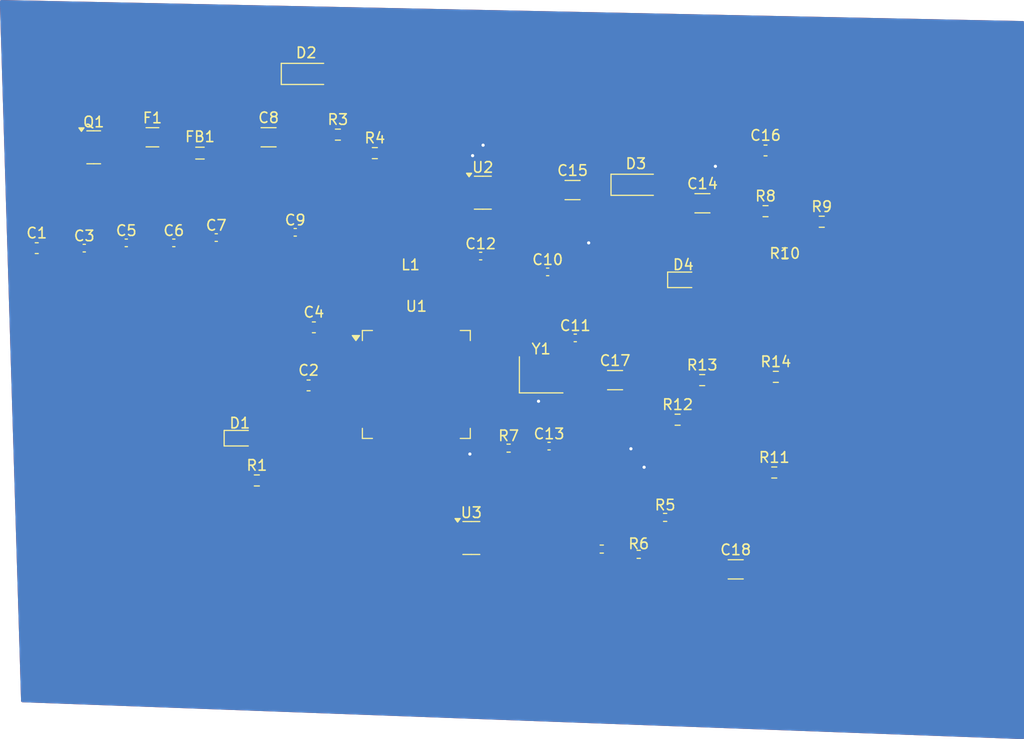
<source format=kicad_pcb>
(kicad_pcb (version 20241229) (generator "pcbnew") (generator_version "9.0")
  (layers (0 "F.Cu" signal) (4 "In1.Cu" signal) (6 "In2.Cu" signal) (2 "B.Cu" signal) (13 "F.Paste" user) (15 "B.Paste" user) (5 "F.SilkS" user "F.Silkscreen") (7 "B.SilkS" user "B.Silkscreen") (1 "F.Mask" user) (3 "B.Mask" user) (25 "Edge.Cuts" user))
  (net 0 "")
  (net 1 "+3.3V")
  (net 2 "GND")
  (net 3 "Net-(U1-PH1)")
  (net 4 "Net-(U1-PD2)")
  (net 5 "BUCK_IN")
  (net 6 "+3.3VA")
  (net 7 "HSE_IN")
  (net 8 "Net-(C13-Pad1)")
  (net 9 "BUCK_SW")
  (net 10 "BUCK_BST")
  (net 11 "LED_STATUS")
  (net 12 "Net-(D1-K)")
  (net 13 "+5V")
  (net 14 "Net-(D2-K)")
  (net 15 "Net-(D4-K)")
  (net 16 "Net-(F1-Pad1)")
  (net 17 "+12V")
  (net 18 "I2C1_SCL")
  (net 19 "BUCK_EN")
  (net 20 "BOOT0")
  (net 21 "Net-(R5-Pad1)")
  (net 22 "I2C1_SDA")
  (net 23 "HSE_OUT")
  (net 24 "BUCK_FB")
  (net 25 "Net-(R10-Pad1)")
  (net 26 "Net-(U4-~{XSHUT})")
  (net 44 "USB_D_P")
  (net 59 "NRST")
  (footprint "Capacitor_SMD:C_0402_1005Metric" (layer "F.Cu") (at 109.48 62)
    (property "Reference" "C3" (at 0 -1.16 0) (layer "F.SilkS"))
    (property "Value" "100n")
    (pad "1" smd roundrect (at -0.48 0) (size 0.56 0.62) (layers "F.Cu" "F.Mask" "F.Paste") (net 1 "+3.3V"))
    (pad "2" smd roundrect (at 0.48 0) (size 0.56 0.62) (layers "F.Cu" "F.Mask" "F.Paste") (net 2 "GND"))
  )
  (footprint "Capacitor_SMD:C_0402_1005Metric" (layer "F.Cu") (at 129.46 60.5)
    (property "Reference" "C9" (at 0 -1.16 0) (layer "F.SilkS"))
    (property "Value" "100n")
    (pad "1" smd roundrect (at -0.48 0) (size 0.56 0.62) (layers "F.Cu" "F.Mask" "F.Paste") (net 1 "+3.3V"))
    (pad "2" smd roundrect (at 0.48 0) (size 0.56 0.62) (layers "F.Cu" "F.Mask" "F.Paste") (net 2 "GND"))
  )
  (footprint "Package_QFP:LQFP-64_10x10mm_P0.5mm" (layer "F.Cu") (at 140.93 74.91)
    (property "Reference" "U1" (at 0 -7.4 0) (layer "F.SilkS"))
    (property "Value" "STM32F405RGT6")
    (pad "1" smd roundrect (at -5.675 -3.75) (size 1.55 0.3) (layers "F.Cu" "F.Mask" "F.Paste") (net 1 "+3.3V"))
    (pad "2" smd roundrect (at -5.675 -3.25) (size 1.55 0.3) (layers "F.Cu" "F.Mask" "F.Paste"))
    (pad "3" smd roundrect (at -5.675 -2.75) (size 1.55 0.3) (layers "F.Cu" "F.Mask" "F.Paste"))
    (pad "4" smd roundrect (at -5.675 -2.25) (size 1.55 0.3) (layers "F.Cu" "F.Mask" "F.Paste"))
    (pad "5" smd roundrect (at -5.675 -1.75) (size 1.55 0.3) (layers "F.Cu" "F.Mask" "F.Paste"))
    (pad "6" smd roundrect (at -5.675 -1.25) (size 1.55 0.3) (layers "F.Cu" "F.Mask" "F.Paste") (net 3 "Net-(U1-PH1)"))
    (pad "7" smd roundrect (at -5.675 -0.75) (size 1.55 0.3) (layers "F.Cu" "F.Mask" "F.Paste") (net 59 "NRST"))
    (pad "8" smd roundrect (at -5.675 -0.25) (size 1.55 0.3) (layers "F.Cu" "F.Mask" "F.Paste"))
    (pad "9" smd roundrect (at -5.675 0.25) (size 1.55 0.3) (layers "F.Cu" "F.Mask" "F.Paste"))
    (pad "10" smd roundrect (at -5.675 0.75) (size 1.55 0.3) (layers "F.Cu" "F.Mask" "F.Paste"))
    (pad "11" smd roundrect (at -5.675 1.25) (size 1.55 0.3) (layers "F.Cu" "F.Mask" "F.Paste"))
    (pad "12" smd roundrect (at -5.675 1.75) (size 1.55 0.3) (layers "F.Cu" "F.Mask" "F.Paste") (net 2 "GND"))
    (pad "13" smd roundrect (at -5.675 2.25) (size 1.55 0.3) (layers "F.Cu" "F.Mask" "F.Paste") (net 6 "+3.3VA"))
    (pad "14" smd roundrect (at -5.675 2.75) (size 1.55 0.3) (layers "F.Cu" "F.Mask" "F.Paste"))
    (pad "15" smd roundrect (at -5.675 3.25) (size 1.55 0.3) (layers "F.Cu" "F.Mask" "F.Paste"))
    (pad "16" smd roundrect (at -5.675 3.75) (size 1.55 0.3) (layers "F.Cu" "F.Mask" "F.Paste"))
    (pad "17" smd roundrect (at -3.75 5.675) (size 0.3 1.55) (layers "F.Cu" "F.Mask" "F.Paste") (net 11 "LED_STATUS"))
    (pad "18" smd roundrect (at -3.25 5.675) (size 0.3 1.55) (layers "F.Cu" "F.Mask" "F.Paste") (net 2 "GND"))
    (pad "19" smd roundrect (at -2.75 5.675) (size 0.3 1.55) (layers "F.Cu" "F.Mask" "F.Paste") (net 1 "+3.3V"))
    (pad "20" smd roundrect (at -2.25 5.675) (size 0.3 1.55) (layers "F.Cu" "F.Mask" "F.Paste"))
    (pad "21" smd roundrect (at -1.75 5.675) (size 0.3 1.55) (layers "F.Cu" "F.Mask" "F.Paste"))
    (pad "22" smd roundrect (at -1.25 5.675) (size 0.3 1.55) (layers "F.Cu" "F.Mask" "F.Paste"))
    (pad "23" smd roundrect (at -0.75 5.675) (size 0.3 1.55) (layers "F.Cu" "F.Mask" "F.Paste"))
    (pad "24" smd roundrect (at -0.25 5.675) (size 0.3 1.55) (layers "F.Cu" "F.Mask" "F.Paste") (net 7 "HSE_IN"))
    (pad "25" smd roundrect (at 0.25 5.675) (size 0.3 1.55) (layers "F.Cu" "F.Mask" "F.Paste") (net 23 "HSE_OUT"))
    (pad "26" smd roundrect (at 0.75 5.675) (size 0.3 1.55) (layers "F.Cu" "F.Mask" "F.Paste"))
    (pad "27" smd roundrect (at 1.25 5.675) (size 0.3 1.55) (layers "F.Cu" "F.Mask" "F.Paste"))
    (pad "28" smd roundrect (at 1.75 5.675) (size 0.3 1.55) (layers "F.Cu" "F.Mask" "F.Paste"))
    (pad "29" smd roundrect (at 2.25 5.675) (size 0.3 1.55) (layers "F.Cu" "F.Mask" "F.Paste"))
    (pad "30" smd roundrect (at 2.75 5.675) (size 0.3 1.55) (layers "F.Cu" "F.Mask" "F.Paste"))
    (pad "31" smd roundrect (at 3.25 5.675) (size 0.3 1.55) (layers "F.Cu" "F.Mask" "F.Paste"))
    (pad "32" smd roundrect (at 3.75 5.675) (size 0.3 1.55) (layers "F.Cu" "F.Mask" "F.Paste") (net 1 "+3.3V"))
    (pad "33" smd roundrect (at 5.675 3.75) (size 1.55 0.3) (layers "F.Cu" "F.Mask" "F.Paste"))
    (pad "34" smd roundrect (at 5.675 3.25) (size 1.55 0.3) (layers "F.Cu" "F.Mask" "F.Paste"))
    (pad "35" smd roundrect (at 5.675 2.75) (size 1.55 0.3) (layers "F.Cu" "F.Mask" "F.Paste"))
    (pad "36" smd roundrect (at 5.675 2.25) (size 1.55 0.3) (layers "F.Cu" "F.Mask" "F.Paste"))
    (pad "37" smd roundrect (at 5.675 1.75) (size 1.55 0.3) (layers "F.Cu" "F.Mask" "F.Paste"))
    (pad "38" smd roundrect (at 5.675 1.25) (size 1.55 0.3) (layers "F.Cu" "F.Mask" "F.Paste"))
    (pad "39" smd roundrect (at 5.675 0.75) (size 1.55 0.3) (layers "F.Cu" "F.Mask" "F.Paste"))
    (pad "40" smd roundrect (at 5.675 0.25) (size 1.55 0.3) (layers "F.Cu" "F.Mask" "F.Paste"))
    (pad "41" smd roundrect (at 5.675 -0.25) (size 1.55 0.3) (layers "F.Cu" "F.Mask" "F.Paste"))
    (pad "42" smd roundrect (at 5.675 -0.75) (size 1.55 0.3) (layers "F.Cu" "F.Mask" "F.Paste"))
    (pad "43" smd roundrect (at 5.675 -1.25) (size 1.55 0.3) (layers "F.Cu" "F.Mask" "F.Paste"))
    (pad "44" smd roundrect (at 5.675 -1.75) (size 1.55 0.3) (layers "F.Cu" "F.Mask" "F.Paste"))
    (pad "45" smd roundrect (at 5.675 -2.25) (size 1.55 0.3) (layers "F.Cu" "F.Mask" "F.Paste"))
    (pad "46" smd roundrect (at 5.675 -2.75) (size 1.55 0.3) (layers "F.Cu" "F.Mask" "F.Paste") (net 44 "USB_D_P"))
    (pad "47" smd roundrect (at 5.675 -3.25) (size 1.55 0.3) (layers "F.Cu" "F.Mask" "F.Paste"))
    (pad "48" smd roundrect (at 5.675 -3.75) (size 1.55 0.3) (layers "F.Cu" "F.Mask" "F.Paste") (net 1 "+3.3V"))
    (pad "49" smd roundrect (at 3.75 -5.675) (size 0.3 1.55) (layers "F.Cu" "F.Mask" "F.Paste"))
    (pad "50" smd roundrect (at 3.25 -5.675) (size 0.3 1.55) (layers "F.Cu" "F.Mask" "F.Paste"))
    (pad "51" smd roundrect (at 2.75 -5.675) (size 0.3 1.55) (layers "F.Cu" "F.Mask" "F.Paste"))
    (pad "52" smd roundrect (at 2.25 -5.675) (size 0.3 1.55) (layers "F.Cu" "F.Mask" "F.Paste"))
    (pad "53" smd roundrect (at 1.75 -5.675) (size 0.3 1.55) (layers "F.Cu" "F.Mask" "F.Paste"))
    (pad "54" smd roundrect (at 1.25 -5.675) (size 0.3 1.55) (layers "F.Cu" "F.Mask" "F.Paste") (net 4 "Net-(U1-PD2)"))
    (pad "55" smd roundrect (at 0.75 -5.675) (size 0.3 1.55) (layers "F.Cu" "F.Mask" "F.Paste"))
    (pad "56" smd roundrect (at 0.25 -5.675) (size 0.3 1.55) (layers "F.Cu" "F.Mask" "F.Paste"))
    (pad "57" smd roundrect (at -0.25 -5.675) (size 0.3 1.55) (layers "F.Cu" "F.Mask" "F.Paste"))
    (pad "58" smd roundrect (at -0.75 -5.675) (size 0.3 1.55) (layers "F.Cu" "F.Mask" "F.Paste"))
    (pad "59" smd roundrect (at -1.25 -5.675) (size 0.3 1.55) (layers "F.Cu" "F.Mask" "F.Paste") (net 18 "I2C1_SCL"))
    (pad "60" smd roundrect (at -1.75 -5.675) (size 0.3 1.55) (layers "F.Cu" "F.Mask" "F.Paste") (net 20 "BOOT0"))
    (pad "61" smd roundrect (at -2.25 -5.675) (size 0.3 1.55) (layers "F.Cu" "F.Mask" "F.Paste") (net 22 "I2C1_SDA"))
    (pad "62" smd roundrect (at -2.75 -5.675) (size 0.3 1.55) (layers "F.Cu" "F.Mask" "F.Paste"))
    (pad "63" smd roundrect (at -3.25 -5.675) (size 0.3 1.55) (layers "F.Cu" "F.Mask" "F.Paste") (net 2 "GND"))
    (pad "64" smd roundrect (at -3.75 -5.675) (size 0.3 1.55) (layers "F.Cu" "F.Mask" "F.Paste") (net 1 "+3.3V"))
  )
  (footprint "Capacitor_SMD:C_0402_1005Metric" (layer "F.Cu") (at 155.98 70.5)
    (property "Reference" "C11" (at 0 -1.16 0) (layer "F.SilkS"))
    (property "Value" "12p")
    (pad "1" smd roundrect (at -0.48 0) (size 0.56 0.62) (layers "F.Cu" "F.Mask" "F.Paste") (net 7 "HSE_IN"))
    (pad "2" smd roundrect (at 0.48 0) (size 0.56 0.62) (layers "F.Cu" "F.Mask" "F.Paste") (net 2 "GND"))
  )
  (footprint "Resistor_SMD:R_0603_1608Metric" (layer "F.Cu") (at 174.975 74.19)
    (property "Reference" "R14" (at 0 -1.43 0) (layer "F.SilkS"))
    (property "Value" "2k2")
    (pad "1" smd roundrect (at -0.825 0) (size 0.8 0.95) (layers "F.Cu" "F.Mask" "F.Paste") (net 18 "I2C1_SCL"))
    (pad "2" smd roundrect (at 0.825 0) (size 0.8 0.95) (layers "F.Cu" "F.Mask" "F.Paste") (net 1 "+3.3V"))
  )
  (footprint "Inductor_SMD:L_0402_1005Metric" (layer "F.Cu") (at 140.38 64.75)
    (property "Reference" "L1" (at 0 -1.17 0) (layer "F.SilkS"))
    (property "Value" "39n")
    (pad "1" smd roundrect (at -0.485 0) (size 0.59 0.64) (layers "F.Cu" "F.Mask" "F.Paste") (net 1 "+3.3V"))
    (pad "2" smd roundrect (at 0.485 0) (size 0.59 0.64) (layers "F.Cu" "F.Mask" "F.Paste") (net 6 "+3.3VA"))
  )
  (footprint "Inductor_SMD:L_0805_2012Metric" (layer "F.Cu") (at 120.4375 53)
    (property "Reference" "FB1" (at 0 -1.55 0) (layer "F.SilkS"))
    (property "Value" "600 @ 600MHz")
    (pad "1" smd roundrect (at -1.0625 0) (size 0.875 1.2) (layers "F.Cu" "F.Mask" "F.Paste") (net 5 "BUCK_IN"))
    (pad "2" smd roundrect (at 1.0625 0) (size 0.875 1.2) (layers "F.Cu" "F.Mask" "F.Paste") (net 16 "Net-(F1-Pad1)"))
  )
  (footprint "Crystal:Crystal_SMD_3225-4Pin_3.2x2.5mm" (layer "F.Cu") (at 152.75 74)
    (property "Reference" "Y1" (at 0 -2.45 0) (layer "F.SilkS"))
    (property "Value" "16MHz")
    (pad "1" smd roundrect (at -1.1 0.85) (size 1.4 1.2) (layers "F.Cu" "F.Mask" "F.Paste") (roundrect_rratio 0.208333) (net 7 "HSE_IN"))
    (pad "2" smd roundrect (at 1.1 0.85) (size 1.4 1.2) (layers "F.Cu" "F.Mask" "F.Paste") (roundrect_rratio 0.208333) (net 2 "GND"))
    (pad "3" smd roundrect (at 1.1 -0.85) (size 1.4 1.2) (layers "F.Cu" "F.Mask" "F.Paste") (roundrect_rratio 0.208333) (net 8 "Net-(C13-Pad1)"))
    (pad "4" smd roundrect (at -1.1 -0.85) (size 1.4 1.2) (layers "F.Cu" "F.Mask" "F.Paste") (roundrect_rratio 0.208333) (net 2 "GND"))
  )
  (footprint "Capacitor_SMD:C_1206_3216Metric" (layer "F.Cu") (at 159.75 74.5)
    (property "Reference" "C17" (at 0 -1.85 0) (layer "F.SilkS"))
    (property "Value" "100n")
    (pad "1" smd roundrect (at -1.475 0) (size 1.15 1.8) (layers "F.Cu" "F.Mask" "F.Paste") (roundrect_rratio 0.217391) (net 1 "+3.3V"))
    (pad "2" smd roundrect (at 1.475 0) (size 1.15 1.8) (layers "F.Cu" "F.Mask" "F.Paste") (roundrect_rratio 0.217391) (net 2 "GND"))
  )
  (footprint "Fuse:Fuse_1206_3216Metric" (layer "F.Cu") (at 115.9375 51.5)
    (property "Reference" "F1" (at 0 -1.83 0) (layer "F.SilkS"))
    (property "Value" "250mA")
    (pad "1" smd roundrect (at -1.4 0) (size 1.25 1.75) (layers "F.Cu" "F.Mask" "F.Paste") (roundrect_rratio 0.2) (net 16 "Net-(F1-Pad1)"))
    (pad "2" smd roundrect (at 1.4 0) (size 1.25 1.75) (layers "F.Cu" "F.Mask" "F.Paste") (roundrect_rratio 0.2) (net 14 "Net-(D2-K)"))
  )
  (footprint "Capacitor_SMD:C_0402_1005Metric" (layer "F.Cu") (at 117.96 61.5)
    (property "Reference" "C6" (at 0 -1.16 0) (layer "F.SilkS"))
    (property "Value" "100n")
    (pad "1" smd roundrect (at -0.48 0) (size 0.56 0.62) (layers "F.Cu" "F.Mask" "F.Paste") (net 1 "+3.3V"))
    (pad "2" smd roundrect (at 0.48 0) (size 0.56 0.62) (layers "F.Cu" "F.Mask" "F.Paste") (net 2 "GND"))
  )
  (footprint "Resistor_SMD:R_0603_1608Metric" (layer "F.Cu") (at 168 74.5)
    (property "Reference" "R13" (at 0 -1.43 0) (layer "F.SilkS"))
    (property "Value" "2k2")
    (pad "1" smd roundrect (at -0.825 0) (size 0.8 0.95) (layers "F.Cu" "F.Mask" "F.Paste") (net 22 "I2C1_SDA"))
    (pad "2" smd roundrect (at 0.825 0) (size 0.8 0.95) (layers "F.Cu" "F.Mask" "F.Paste") (net 1 "+3.3V"))
  )
  (footprint "Diode_SMD:D_SOD-123" (layer "F.Cu") (at 130.5 45.5)
    (property "Reference" "D2" (at 0 -2 0) (layer "F.SilkS"))
    (property "Value" "B5819W")
    (pad "1" smd roundrect (at -1.65 0) (size 0.9 1.2) (layers "F.Cu" "F.Mask" "F.Paste") (net 14 "Net-(D2-K)"))
    (pad "2" smd roundrect (at 1.65 0) (size 0.9 1.2) (layers "F.Cu" "F.Mask" "F.Paste") (net 13 "+5V"))
  )
  (footprint "Capacitor_SMD:C_1206_3216Metric" (layer "F.Cu") (at 155.725 56.5)
    (property "Reference" "C15" (at 0 -1.85 0) (layer "F.SilkS"))
    (property "Value" "10u")
    (pad "1" smd roundrect (at -1.475 0) (size 1.15 1.8) (layers "F.Cu" "F.Mask" "F.Paste") (roundrect_rratio 0.217391) (net 1 "+3.3V"))
    (pad "2" smd roundrect (at 1.475 0) (size 1.15 1.8) (layers "F.Cu" "F.Mask" "F.Paste") (roundrect_rratio 0.217391) (net 2 "GND"))
  )
  (footprint "Resistor_SMD:R_0402_1005Metric" (layer "F.Cu") (at 149.67 80.94)
    (property "Reference" "R7" (at 0 -1.17 0) (layer "F.SilkS"))
    (property "Value" "47")
    (pad "1" smd roundrect (at -0.51 0) (size 0.54 0.64) (layers "F.Cu" "F.Mask" "F.Paste") (net 23 "HSE_OUT"))
    (pad "2" smd roundrect (at 0.51 0) (size 0.54 0.64) (layers "F.Cu" "F.Mask" "F.Paste") (net 8 "Net-(C13-Pad1)"))
  )
  (footprint "Capacitor_SMD:C_0402_1005Metric" (layer "F.Cu") (at 153.365 64.25)
    (property "Reference" "C10" (at 0 -1.16 0) (layer "F.SilkS"))
    (property "Value" "1u")
    (pad "1" smd roundrect (at -0.48 0) (size 0.56 0.62) (layers "F.Cu" "F.Mask" "F.Paste") (net 6 "+3.3VA"))
    (pad "2" smd roundrect (at 0.48 0) (size 0.56 0.62) (layers "F.Cu" "F.Mask" "F.Paste") (net 2 "GND"))
  )
  (footprint "Capacitor_SMD:C_0603_1608Metric" (layer "F.Cu") (at 104.98 62)
    (property "Reference" "C1" (at 0 -1.43 0) (layer "F.SilkS"))
    (property "Value" "4u7")
    (pad "1" smd roundrect (at -0.775 0) (size 0.9 0.95) (layers "F.Cu" "F.Mask" "F.Paste") (net 1 "+3.3V"))
    (pad "2" smd roundrect (at 0.775 0) (size 0.9 0.95) (layers "F.Cu" "F.Mask" "F.Paste") (net 2 "GND"))
  )
  (footprint "Resistor_SMD:R_0603_1608Metric" (layer "F.Cu") (at 174 58.5)
    (property "Reference" "R8" (at 0 -1.43 0) (layer "F.SilkS"))
    (property "Value" "47k")
    (pad "1" smd roundrect (at -0.825 0) (size 0.8 0.95) (layers "F.Cu" "F.Mask" "F.Paste") (net 1 "+3.3V"))
    (pad "2" smd roundrect (at 0.825 0) (size 0.8 0.95) (layers "F.Cu" "F.Mask" "F.Paste") (net 24 "BUCK_FB"))
  )
  (footprint "Capacitor_SMD:C_0402_1005Metric" (layer "F.Cu") (at 147.02 62.75)
    (property "Reference" "C12" (at 0 -1.16 0) (layer "F.SilkS"))
    (property "Value" "10n")
    (pad "1" smd roundrect (at -0.48 0) (size 0.56 0.62) (layers "F.Cu" "F.Mask" "F.Paste") (net 6 "+3.3VA"))
    (pad "2" smd roundrect (at 0.48 0) (size 0.56 0.62) (layers "F.Cu" "F.Mask" "F.Paste") (net 2 "GND"))
  )
  (footprint "Resistor_SMD:R_0603_1608Metric" (layer "F.Cu") (at 179.325 59.5)
    (property "Reference" "R9" (at 0 -1.43 0) (layer "F.SilkS"))
    (property "Value" "15k")
    (pad "1" smd roundrect (at -0.825 0) (size 0.8 0.95) (layers "F.Cu" "F.Mask" "F.Paste") (net 24 "BUCK_FB"))
    (pad "2" smd roundrect (at 0.825 0) (size 0.8 0.95) (layers "F.Cu" "F.Mask" "F.Paste") (net 25 "Net-(R10-Pad1)"))
  )
  (footprint "Resistor_SMD:R_0603_1608Metric" (layer "F.Cu") (at 125.825 84)
    (property "Reference" "R1" (at 0 -1.43 0) (layer "F.SilkS"))
    (property "Value" "1k5")
    (pad "1" smd roundrect (at -0.825 0) (size 0.8 0.95) (layers "F.Cu" "F.Mask" "F.Paste") (net 2 "GND"))
    (pad "2" smd roundrect (at 0.825 0) (size 0.8 0.95) (layers "F.Cu" "F.Mask" "F.Paste") (net 12 "Net-(D1-K)"))
  )
  (footprint "Resistor_SMD:R_0603_1608Metric" (layer "F.Cu") (at 133.5 51.25)
    (property "Reference" "R3" (at 0 -1.43 0) (layer "F.SilkS"))
    (property "Value" "100k")
    (pad "1" smd roundrect (at -0.825 0) (size 0.8 0.95) (layers "F.Cu" "F.Mask" "F.Paste") (net 5 "BUCK_IN"))
    (pad "2" smd roundrect (at 0.825 0) (size 0.8 0.95) (layers "F.Cu" "F.Mask" "F.Paste") (net 19 "BUCK_EN"))
  )
  (footprint "Capacitor_SMD:C_1206_3216Metric" (layer "F.Cu") (at 171.175 92.42)
    (property "Reference" "C18" (at 0 -1.85 0) (layer "F.SilkS"))
    (property "Value" "4u7")
    (pad "1" smd roundrect (at -1.475 0) (size 1.15 1.8) (layers "F.Cu" "F.Mask" "F.Paste") (roundrect_rratio 0.217391) (net 1 "+3.3V"))
    (pad "2" smd roundrect (at 1.475 0) (size 1.15 1.8) (layers "F.Cu" "F.Mask" "F.Paste") (roundrect_rratio 0.217391) (net 2 "GND"))
  )
  (footprint "Capacitor_SMD:C_1206_3216Metric" (layer "F.Cu") (at 126.9375 51.5)
    (property "Reference" "C8" (at 0 -1.85 0) (layer "F.SilkS"))
    (property "Value" "10u")
    (pad "1" smd roundrect (at -1.475 0) (size 1.15 1.8) (layers "F.Cu" "F.Mask" "F.Paste") (roundrect_rratio 0.217391) (net 5 "BUCK_IN"))
    (pad "2" smd roundrect (at 1.475 0) (size 1.15 1.8) (layers "F.Cu" "F.Mask" "F.Paste") (roundrect_rratio 0.217391) (net 2 "GND"))
  )
  (footprint "LED_SMD:LED_0603_1608Metric" (layer "F.Cu") (at 124.2125 80)
    (property "Reference" "D1" (at 0 -1.43 0) (layer "F.SilkS"))
    (property "Value" "BLUE")
    (pad "1" smd roundrect (at -0.7875 0) (size 0.875 0.95) (layers "F.Cu" "F.Mask" "F.Paste") (net 12 "Net-(D1-K)"))
    (pad "2" smd roundrect (at 0.7875 0) (size 0.875 0.95) (layers "F.Cu" "F.Mask" "F.Paste") (net 11 "LED_STATUS"))
  )
  (footprint "Resistor_SMD:R_0603_1608Metric" (layer "F.Cu") (at 175.825 62.5)
    (property "Reference" "R10" (at 0 0 0) (layer "F.SilkS"))
    (property "Value" "270")
    (pad "1" smd roundrect (at -0.825 0) (size 0.8 0.95) (layers "F.Cu" "F.Mask" "F.Paste") (net 25 "Net-(R10-Pad1)"))
    (pad "2" smd roundrect (at 0.825 0) (size 0.8 0.95) (layers "F.Cu" "F.Mask" "F.Paste") (net 2 "GND"))
  )
  (footprint "Capacitor_SMD:C_0402_1005Metric" (layer "F.Cu") (at 153.5 80.75)
    (property "Reference" "C13" (at 0 -1.16 0) (layer "F.SilkS"))
    (property "Value" "12p")
    (pad "1" smd roundrect (at -0.48 0) (size 0.56 0.62) (layers "F.Cu" "F.Mask" "F.Paste") (net 8 "Net-(C13-Pad1)"))
    (pad "2" smd roundrect (at 0.48 0) (size 0.56 0.62) (layers "F.Cu" "F.Mask" "F.Paste") (net 2 "GND"))
  )
  (footprint "Package_TO_SOT_SMD:SOT-23-6" (layer "F.Cu") (at 147.225 56.75)
    (property "Reference" "U2" (at 0 -2.4 0) (layer "F.SilkS"))
    (property "Value" "MP2359DJ-LF-Z")
    (pad "1" smd roundrect (at -1.1375 -0.95) (size 1.325 0.6) (layers "F.Cu" "F.Mask" "F.Paste") (net 10 "BUCK_BST"))
    (pad "2" smd roundrect (at -1.1375 0) (size 1.325 0.6) (layers "F.Cu" "F.Mask" "F.Paste") (net 2 "GND"))
    (pad "3" smd roundrect (at -1.1375 0.95) (size 1.325 0.6) (layers "F.Cu" "F.Mask" "F.Paste") (net 24 "BUCK_FB"))
    (pad "4" smd roundrect (at 1.1375 0.95) (size 1.325 0.6) (layers "F.Cu" "F.Mask" "F.Paste") (net 19 "BUCK_EN"))
    (pad "5" smd roundrect (at 1.1375 0) (size 1.325 0.6) (layers "F.Cu" "F.Mask" "F.Paste") (net 5 "BUCK_IN"))
    (pad "6" smd roundrect (at 1.1375 -0.95) (size 1.325 0.6) (layers "F.Cu" "F.Mask" "F.Paste") (net 9 "BUCK_SW"))
  )
  (footprint "LED_SMD:LED_0603_1608Metric" (layer "F.Cu") (at 166.2125 65)
    (property "Reference" "D4" (at 0 -1.43 0) (layer "F.SilkS"))
    (property "Value" "RED")
    (pad "1" smd roundrect (at -0.7875 0) (size 0.875 0.95) (layers "F.Cu" "F.Mask" "F.Paste") (net 15 "Net-(D4-K)"))
    (pad "2" smd roundrect (at 0.7875 0) (size 0.875 0.95) (layers "F.Cu" "F.Mask" "F.Paste") (net 1 "+3.3V"))
  )
  (footprint "Resistor_SMD:R_0402_1005Metric" (layer "F.Cu") (at 161.99 91)
    (property "Reference" "R6" (at 0 -1 0) (layer "F.SilkS"))
    (property "Value" "2k2")
    (pad "1" smd roundrect (at -0.51 0) (size 0.54 0.64) (layers "F.Cu" "F.Mask" "F.Paste") (net 1 "+3.3V"))
    (pad "2" smd roundrect (at 0.51 0) (size 0.54 0.64) (layers "F.Cu" "F.Mask" "F.Paste") (net 22 "I2C1_SDA"))
  )
  (footprint "Capacitor_SMD:C_0402_1005Metric" (layer "F.Cu") (at 113.46 61.5)
    (property "Reference" "C5" (at 0 -1.16 0) (layer "F.SilkS"))
    (property "Value" "100n")
    (pad "1" smd roundrect (at -0.48 0) (size 0.56 0.62) (layers "F.Cu" "F.Mask" "F.Paste") (net 1 "+3.3V"))
    (pad "2" smd roundrect (at 0.48 0) (size 0.56 0.62) (layers "F.Cu" "F.Mask" "F.Paste") (net 2 "GND"))
  )
  (footprint "Resistor_SMD:R_0603_1608Metric" (layer "F.Cu") (at 165.675 78.25)
    (property "Reference" "R12" (at 0 -1.43 0) (layer "F.SilkS"))
    (property "Value" "2k2")
    (pad "1" smd roundrect (at -0.825 0) (size 0.8 0.95) (layers "F.Cu" "F.Mask" "F.Paste") (net 26 "Net-(U4-~{XSHUT})"))
    (pad "2" smd roundrect (at 0.825 0) (size 0.8 0.95) (layers "F.Cu" "F.Mask" "F.Paste") (net 1 "+3.3V"))
  )
  (footprint "Capacitor_SMD:C_0402_1005Metric" (layer "F.Cu") (at 121.98 61)
    (property "Reference" "C7" (at 0 -1.16 0) (layer "F.SilkS"))
    (property "Value" "100n")
    (pad "1" smd roundrect (at -0.48 0) (size 0.56 0.62) (layers "F.Cu" "F.Mask" "F.Paste") (net 1 "+3.3V"))
    (pad "2" smd roundrect (at 0.48 0) (size 0.56 0.62) (layers "F.Cu" "F.Mask" "F.Paste") (net 2 "GND"))
  )
  (footprint "Package_TO_SOT_SMD:SOT-23" (layer "F.Cu") (at 110.375 52.45)
    (property "Reference" "Q1" (at 0 -2.4 0) (layer "F.SilkS"))
    (property "Value" "AO3401A")
    (pad "1" smd roundrect (at -0.9375 -0.95) (size 1.475 0.6) (layers "F.Cu" "F.Mask" "F.Paste") (net 2 "GND"))
    (pad "2" smd roundrect (at -0.9375 0.95) (size 1.475 0.6) (layers "F.Cu" "F.Mask" "F.Paste") (net 14 "Net-(D2-K)"))
    (pad "3" smd roundrect (at 0.9375 0) (size 1.475 0.6) (layers "F.Cu" "F.Mask" "F.Paste") (net 17 "+12V"))
  )
  (footprint "Resistor_SMD:R_0603_1608Metric" (layer "F.Cu") (at 174.825 83.25)
    (property "Reference" "R11" (at 0 -1.43 0) (layer "F.SilkS"))
    (property "Value" "1k")
    (pad "1" smd roundrect (at -0.825 0) (size 0.8 0.95) (layers "F.Cu" "F.Mask" "F.Paste") (net 2 "GND"))
    (pad "2" smd roundrect (at 0.825 0) (size 0.8 0.95) (layers "F.Cu" "F.Mask" "F.Paste") (net 15 "Net-(D4-K)"))
  )
  (footprint "Resistor_SMD:R_0603_1608Metric" (layer "F.Cu") (at 137 53)
    (property "Reference" "R4" (at 0 -1.43 0) (layer "F.SilkS"))
    (property "Value" "68k")
    (pad "1" smd roundrect (at -0.825 0) (size 0.8 0.95) (layers "F.Cu" "F.Mask" "F.Paste") (net 19 "BUCK_EN"))
    (pad "2" smd roundrect (at 0.825 0) (size 0.8 0.95) (layers "F.Cu" "F.Mask" "F.Paste") (net 2 "GND"))
  )
  (footprint "Capacitor_SMD:C_0603_1608Metric" (layer "F.Cu") (at 131.225 69.5)
    (property "Reference" "C4" (at 0 -1.43 0) (layer "F.SilkS"))
    (property "Value" "2u2")
    (pad "1" smd roundrect (at -0.775 0) (size 0.9 0.95) (layers "F.Cu" "F.Mask" "F.Paste") (net 4 "Net-(U1-PD2)"))
    (pad "2" smd roundrect (at 0.775 0) (size 0.9 0.95) (layers "F.Cu" "F.Mask" "F.Paste") (net 2 "GND"))
  )
  (footprint "Capacitor_SMD:C_0603_1608Metric" (layer "F.Cu") (at 130.725 75)
    (property "Reference" "C2" (at 0 -1.43 0) (layer "F.SilkS"))
    (property "Value" "2u2")
    (pad "1" smd roundrect (at -0.775 0) (size 0.9 0.95) (layers "F.Cu" "F.Mask" "F.Paste") (net 3 "Net-(U1-PH1)"))
    (pad "2" smd roundrect (at 0.775 0) (size 0.9 0.95) (layers "F.Cu" "F.Mask" "F.Paste") (net 2 "GND"))
  )
  (footprint "Diode_SMD:D_SOD-123" (layer "F.Cu") (at 161.725 56)
    (property "Reference" "D3" (at 0 -2 0) (layer "F.SilkS"))
    (property "Value" "B5819W")
    (pad "1" smd roundrect (at -1.65 0) (size 0.9 1.2) (layers "F.Cu" "F.Mask" "F.Paste") (net 9 "BUCK_SW"))
    (pad "2" smd roundrect (at 1.65 0) (size 0.9 1.2) (layers "F.Cu" "F.Mask" "F.Paste") (net 2 "GND"))
  )
  (footprint "Capacitor_SMD:C_1206_3216Metric" (layer "F.Cu") (at 168.025 57.75)
    (property "Reference" "C14" (at 0 -1.85 0) (layer "F.SilkS"))
    (property "Value" "10u")
    (pad "1" smd roundrect (at -1.475 0) (size 1.15 1.8) (layers "F.Cu" "F.Mask" "F.Paste") (roundrect_rratio 0.217391) (net 1 "+3.3V"))
    (pad "2" smd roundrect (at 1.475 0) (size 1.15 1.8) (layers "F.Cu" "F.Mask" "F.Paste") (roundrect_rratio 0.217391) (net 2 "GND"))
  )
  (footprint "Capacitor_SMD:C_0603_1608Metric" (layer "F.Cu") (at 174 52.75)
    (property "Reference" "C16" (at 0 -1.43 0) (layer "F.SilkS"))
    (property "Value" "10n")
    (pad "1" smd roundrect (at -0.775 0) (size 0.9 0.95) (layers "F.Cu" "F.Mask" "F.Paste") (net 9 "BUCK_SW"))
    (pad "2" smd roundrect (at 0.775 0) (size 0.9 0.95) (layers "F.Cu" "F.Mask" "F.Paste") (net 10 "BUCK_BST"))
  )
  (footprint "Resistor_SMD:R_0402_1005Metric" (layer "F.Cu") (at 164.49 87.5)
    (property "Reference" "R5" (at 0 -1.17 0) (layer "F.SilkS"))
    (property "Value" "10k")
    (pad "1" smd roundrect (at -0.51 0) (size 0.54 0.64) (layers "F.Cu" "F.Mask" "F.Paste") (net 21 "Net-(R5-Pad1)"))
    (pad "2" smd roundrect (at 0.51 0) (size 0.54 0.64) (layers "F.Cu" "F.Mask" "F.Paste") (net 20 "BOOT0"))
  )
  (footprint "Package_TO_SOT_SMD:SOT-23-6" (layer "F.Cu") (at 146.1375 89.45)
    (property "Reference" "U3" (at 0 -2.4 0) (layer "F.SilkS"))
    (property "Value" "USBLC6-2SC6")
    (pad "1" smd roundrect (at -1.1375 -0.95) (size 1.325 0.6) (layers "F.Cu" "F.Mask" "F.Paste"))
    (pad "2" smd roundrect (at -1.1375 0) (size 1.325 0.6) (layers "F.Cu" "F.Mask" "F.Paste") (net 2 "GND"))
    (pad "3" smd roundrect (at -1.1375 0.95) (size 1.325 0.6) (layers "F.Cu" "F.Mask" "F.Paste"))
    (pad "4" smd roundrect (at 1.1375 0.95) (size 1.325 0.6) (layers "F.Cu" "F.Mask" "F.Paste"))
    (pad "5" smd roundrect (at 1.1375 0) (size 1.325 0.6) (layers "F.Cu" "F.Mask" "F.Paste") (net 13 "+5V"))
    (pad "6" smd roundrect (at 1.1375 -0.95) (size 1.325 0.6) (layers "F.Cu" "F.Mask" "F.Paste"))
  )
  (footprint "Resistor_SMD:R_0402_1005Metric" (layer "F.Cu") (at 158.49 90.5)
    (property "Reference" "R2" (hide yes))
    (property "Value" "2k2")
    (pad "1" smd roundrect (at -0.51 0) (size 0.54 0.64) (layers "F.Cu" "F.Mask" "F.Paste") (net 1 "+3.3V"))
    (pad "2" smd roundrect (at 0.51 0) (size 0.54 0.64) (layers "F.Cu" "F.Mask" "F.Paste") (net 18 "I2C1_SCL"))
  )
  (segment (start 166.5 78.25) (end 166.5 76.825) (width 0.2) (layer "F.Cu") (net 1))
  (segment (start 133.97489 64.75) (end 139.895 64.75) (width 0.2) (layer "F.Cu") (net 1))
  (segment (start 121.389 60.889) (end 121.5 61) (width 0.2) (layer "F.Cu") (net 1))
  (segment (start 158.275 74.5) (end 158.275 62.525) (width 0.2) (layer "F.Cu") (net 1))
  (segment (start 171.74 78.25) (end 166.5 78.25) (width 0.2) (layer "F.Cu") (net 1))
  (segment (start 113.591 60.889) (end 116.869 60.889) (width 0.2) (layer "F.Cu") (net 1))
  (segment (start 167 72.675) (end 168.825 74.5) (width 0.2) (layer "F.Cu") (net 1))
  (segment (start 127.14 71.16) (end 117.48 61.5) (width 0.2) (layer "F.Cu") (net 1))
  (segment (start 121.5 61.77511) (end 121.5 61) (width 0.2) (layer "F.Cu") (net 1))
  (segment (start 166.5 76.825) (end 168.825 74.5) (width 0.2) (layer "F.Cu") (net 1))
  (segment (start 158.275 78.025) (end 161.25 81) (width 0.2) (layer "F.Cu") (net 1))
  (segment (start 159.9 92.42) (end 169.7 92.42) (width 0.2) (layer "F.Cu") (net 1))
  (segment (start 113.365 71.16) (end 104.205 62) (width 0.2) (layer "F.Cu") (net 1))
  (segment (start 138.18 81.393824) (end 138.887176 82.101) (width 0.2) (layer "F.Cu") (net 1))
  (segment (start 130.88489 71.16) (end 128.98 69.25511) (width 0.2) (layer "F.Cu") (net 1))
  (segment (start 138.18 80.585) (end 138.18 81.393824) (width 0.2) (layer "F.Cu") (net 1))
  (segment (start 108.224 61.224) (end 109 62) (width 0.2) (layer "F.Cu") (net 1))
  (segment (start 122.111 60.389) (end 128.869 60.389) (width 0.2) (layer "F.Cu") (net 1))
  (segment (start 121.5 61) (end 122.111 60.389) (width 0.2) (layer "F.Cu") (net 1))
  (segment (start 180.851 59.011936) (end 179.563064 57.724) (width 0.2) (layer "F.Cu") (net 1))
  (segment (start 169.7 80.29) (end 175.8 74.19) (width 0.2) (layer "F.Cu") (net 1))
  (segment (start 109 62) (end 109.611 61.389) (width 0.2) (layer "F.Cu") (net 1))
  (segment (start 158.275 74.5) (end 158.275 78.025) (width 0.2) (layer "F.Cu") (net 1))
  (segment (start 130.88489 71.16) (end 121.5 61.77511) (width 0.2) (layer "F.Cu") (net 1))
  (segment (start 164.6865 70.3615) (end 164.6865 64.5224) (width 0.2) (layer "F.Cu") (net 1))
  (segment (start 164.6865 64.5224) (end 165.9329 63.276) (width 0.2) (layer "F.Cu") (net 1))
  (segment (start 169.7 91.2) (end 166.5 88) (width 0.2) (layer "F.Cu") (net 1))
  (segment (start 155.5 57.75) (end 154.25 56.5) (width 0.2) (layer "F.Cu") (net 1))
  (segment (start 167 65) (end 167 72.675) (width 0.2) (layer "F.Cu") (net 1))
  (segment (start 135.255 71.16) (end 127.14 71.16) (width 0.2) (layer "F.Cu") (net 1))
  (segment (start 116.869 60.889) (end 117.48 61.5) (width 0.2) (layer "F.Cu") (net 1))
  (segment (start 128.98 69.25511) (end 128.98 60.5) (width 0.2) (layer "F.Cu") (net 1))
  (segment (start 168.825 74.5) (end 169.911 73.414) (width 0.2) (layer "F.Cu") (net 1))
  (segment (start 129.699 69.02589) (end 133.97489 64.75) (width 0.2) (layer "F.Cu") (net 1))
  (segment (start 135.255 71.16) (end 118.16 71.16) (width 0.2) (layer "F.Cu") (net 1))
  (segment (start 167.751 56.549) (end 166.55 57.75) (width 0.2) (layer "F.Cu") (net 1))
  (segment (start 165.9329 63.276) (end 177.563064 63.276) (width 0.2) (layer "F.Cu") (net 1))
  (segment (start 177.563064 63.276) (end 180.851 59.988064) (width 0.2) (layer "F.Cu") (net 1))
  (segment (start 169.7 92.42) (end 169.7 91.2) (width 0.2) (layer "F.Cu") (net 1))
  (segment (start 117.48 61.5) (end 118.091 60.889) (width 0.2) (layer "F.Cu") (net 1))
  (segment (start 112.98 61.5) (end 113.591 60.889) (width 0.2) (layer "F.Cu") (net 1))
  (segment (start 118.091 60.889) (end 121.389 60.889) (width 0.2) (layer "F.Cu") (net 1))
  (segment (start 166.55 57.75) (end 155.5 57.75) (width 0.2) (layer "F.Cu") (net 1))
  (segment (start 169.7 92.42) (end 169.7 80.29) (width 0.2) (layer "F.Cu") (net 1))
  (segment (start 122.64 71.16) (end 112.98 61.5) (width 0.2) (layer "F.Cu") (net 1))
  (segment (start 169.7 92.42) (end 162.9 92.42) (width 0.2) (layer "F.Cu") (net 1))
  (segment (start 158.275 62.525) (end 157.25 61.5) (width 0.2) (layer "F.Cu") (net 1))
  (segment (start 149.581 82.101) (end 157.98 90.5) (width 0.2) (layer "F.Cu") (net 1))
  (segment (start 135.255 71.16) (end 130.88489 71.16) (width 0.2) (layer "F.Cu") (net 1))
  (segment (start 180.851 59.988064) (end 180.851 59.011936) (width 0.2) (layer "F.Cu") (net 1))
  (segment (start 157.98 90.5) (end 159.9 92.42) (width 0.2) (layer "F.Cu") (net 1))
  (segment (start 129.699 69.97411) (end 129.699 69.02589) (width 0.2) (layer "F.Cu") (net 1))
  (segment (start 135.255 71.16) (end 122.64 71.16) (width 0.2) (layer "F.Cu") (net 1))
  (segment (start 104.981 61.224) (end 108.224 61.224) (width 0.2) (layer "F.Cu") (net 1))
  (segment (start 173.175 58.5) (end 171.224 56.549) (width 0.2) (layer "F.Cu") (net 1))
  (segment (start 112.869 61.389) (end 112.98 61.5) (width 0.2) (layer "F.Cu") (net 1))
  (segment (start 104.205 62) (end 104.981 61.224) (width 0.2) (layer "F.Cu") (net 1))
  (segment (start 164.17611 56.549) (end 163.02411 57.701) (width 0.2) (layer "F.Cu") (net 1))
  (segment (start 155.451 57.701) (end 154.25 56.5) (width 0.2) (layer "F.Cu") (net 1))
  (segment (start 169.911 73.414) (end 175.024 73.414) (width 0.2) (layer "F.Cu") (net 1))
  (segment (start 158.275 74.5) (end 167 65.775) (width 0.2) (layer "F.Cu") (net 1))
  (segment (start 179.563064 57.724) (end 173.951 57.724) (width 0.2) (layer "F.Cu") (net 1))
  (segment (start 168.825 74.5) (end 164.6865 70.3615) (width 0.2) (layer "F.Cu") (net 1))
  (segment (start 118.16 71.16) (end 109 62) (width 0.2) (layer "F.Cu") (net 1))
  (segment (start 166.5 88) (end 166.5 78.25) (width 0.2) (layer "F.Cu") (net 1))
  (segment (start 109.611 61.389) (end 112.869 61.389) (width 0.2) (layer "F.Cu") (net 1))
  (segment (start 173.951 57.724) (end 173.175 58.5) (width 0.2) (layer "F.Cu") (net 1))
  (segment (start 138.887176 82.101) (end 149.581 82.101) (width 0.2) (layer "F.Cu") (net 1))
  (segment (start 167 65.775) (end 167 65) (width 0.2) (layer "F.Cu") (net 1))
  (segment (start 130.88489 71.16) (end 129.699 69.97411) (width 0.2) (layer "F.Cu") (net 1))
  (segment (start 171.224 56.549) (end 164.17611 56.549) (width 0.2) (layer "F.Cu") (net 1))
  (segment (start 175.024 73.414) (end 175.8 74.19) (width 0.2) (layer "F.Cu") (net 1))
  (segment (start 175.8 74.19) (end 171.74 78.25) (width 0.2) (layer "F.Cu") (net 1))
  (segment (start 135.255 71.16) (end 113.365 71.16) (width 0.2) (layer "F.Cu") (net 1))
  (segment (start 171.224 56.549) (end 167.751 56.549) (width 0.2) (layer "F.Cu") (net 1))
  (segment (start 162.9 92.42) (end 161.48 91) (width 0.2) (layer "F.Cu") (net 1))
  (segment (start 163.02411 57.701) (end 155.451 57.701) (width 0.2) (layer "F.Cu") (net 1))
  (segment (start 128.869 60.389) (end 128.98 60.5) (width 0.2) (layer "F.Cu") (net 1))
  (via (at 161.25 81) (size 0.6) (drill 0.3) (layers "F.Cu" "B.Cu") (net 1))
  (via (at 157.25 61.5) (size 0.6) (drill 0.3) (layers "F.Cu" "B.Cu") (net 1))
  (segment (start 161.25 90.5) (end 158.25 90.5) (width 0.2) (layer "B.Cu") (net 1))
  (segment (start 161.25 81) (end 163.6829 81) (width 0.2) (layer "B.Cu") (net 1))
  (segment (start 168.75 74.25) (end 169.151 73.849) (width 0.2) (layer "B.Cu") (net 1))
  (segment (start 169.151 73.849) (end 175.599 73.849) (width 0.2) (layer "B.Cu") (net 1))
  (segment (start 158.25 90.5) (end 158 90.25) (width 0.2) (layer "B.Cu") (net 1))
  (segment (start 175.75 74) (end 175.75 86) (width 0.2) (layer "B.Cu") (net 1))
  (segment (start 166.5 78.1829) (end 166.5 78) (width 0.2) (layer "B.Cu") (net 1))
  (segment (start 163.6829 81) (end 166.5 78.1829) (width 0.2) (layer "B.Cu") (net 1))
  (segment (start 172.75 58.5) (end 174 58.5) (width 0.2) (layer "B.Cu") (net 1))
  (segment (start 154.25 56.25) (end 159 61) (width 0.2) (layer "B.Cu") (net 1))
  (segment (start 167 57.75) (end 167.75 58.5) (width 0.2) (layer "B.Cu") (net 1))
  (segment (start 168.75 75.75) (end 168.75 74.25) (width 0.2) (layer "B.Cu") (net 1))
  (segment (start 175.75 86) (end 169.25 92.5) (width 0.2) (layer "B.Cu") (net 1))
  (segment (start 163.75 61) (end 167 57.75) (width 0.2) (layer "B.Cu") (net 1))
  (segment (start 161.25 91.25) (end 161.25 90.5) (width 0.2) (layer "B.Cu") (net 1))
  (segment (start 169.25 92.5) (end 162.5 92.5) (width 0.2) (layer "B.Cu") (net 1))
  (segment (start 154.25 58.5) (end 154.25 56.25) (width 0.2) (layer "B.Cu") (net 1))
  (segment (start 166.5 78) (end 168.75 75.75) (width 0.2) (layer "B.Cu") (net 1))
  (segment (start 162.5 92.5) (end 161.25 91.25) (width 0.2) (layer "B.Cu") (net 1))
  (segment (start 175.599 73.849) (end 175.75 74) (width 0.2) (layer "B.Cu") (net 1))
  (segment (start 167.75 58.5) (end 172.75 58.5) (width 0.2) (layer "B.Cu") (net 1))
  (segment (start 157.25 61.5) (end 154.25 58.5) (width 0.2) (layer "B.Cu") (net 1))
  (segment (start 159 61) (end 163.75 61) (width 0.2) (layer "B.Cu") (net 1))
  (segment (start 131.29 73.66) (end 135.255 73.66) (width 0.2) (layer "F.Cu") (net 3))
  (segment (start 129.95 75) (end 131.29 73.66) (width 0.2) (layer "F.Cu") (net 3))
  (segment (start 142.18 68.32) (end 142.18 69.235) (width 0.2) (layer "F.Cu") (net 4))
  (segment (start 142.019 68.159) (end 142.18 68.32) (width 0.2) (layer "F.Cu") (net 4))
  (segment (start 130.45 69.5) (end 131.791 68.159) (width 0.2) (layer "F.Cu") (net 4))
  (segment (start 131.791 68.159) (end 142.019 68.159) (width 0.2) (layer "F.Cu") (net 4))
  (segment (start 120.276 53.901) (end 130.024 53.901) (width 0.2) (layer "F.Cu") (net 5))
  (segment (start 120.276 53.901) (end 123.0615 53.901) (width 0.2) (layer "F.Cu") (net 5))
  (segment (start 130.024 53.901) (end 132.675 51.25) (width 0.2) (layer "F.Cu") (net 5))
  (segment (start 136.624 55.199) (end 149.065968 55.199) (width 0.2) (layer "F.Cu") (net 5))
  (segment (start 126.6635 50.299) (end 125.4625 51.5) (width 0.2) (layer "F.Cu") (net 5))
  (segment (start 132.675 51.25) (end 131.724 50.299) (width 0.2) (layer "F.Cu") (net 5))
  (segment (start 149.326 55.459032) (end 149.326 56.448999) (width 0.2) (layer "F.Cu") (net 5))
  (segment (start 149.326 56.448999) (end 149.024999 56.75) (width 0.2) (layer "F.Cu") (net 5))
  (segment (start 149.065968 55.199) (end 149.326 55.459032) (width 0.2) (layer "F.Cu") (net 5))
  (segment (start 149.024999 56.75) (end 148.3625 56.75) (width 0.2) (layer "F.Cu") (net 5))
  (segment (start 132.675 51.25) (end 136.624 55.199) (width 0.2) (layer "F.Cu") (net 5))
  (segment (start 119.375 53) (end 120.276 53.901) (width 0.2) (layer "F.Cu") (net 5))
  (segment (start 131.724 50.299) (end 126.6635 50.299) (width 0.2) (layer "F.Cu") (net 5))
  (segment (start 123.0615 53.901) (end 125.4625 51.5) (width 0.2) (layer "F.Cu") (net 5))
  (segment (start 146.54 69.916176) (end 146.54 62.75) (width 0.2) (layer "F.Cu") (net 6))
  (segment (start 138.063824 77.16) (end 145.131 70.092824) (width 0.2) (layer "F.Cu") (net 6))
  (segment (start 140.865 64.75) (end 144.54 64.75) (width 0.2) (layer "F.Cu") (net 6))
  (segment (start 144.54 64.75) (end 146.54 62.75) (width 0.2) (layer "F.Cu") (net 6))
  (segment (start 148.04 64.25) (end 152.885 64.25) (width 0.2) (layer "F.Cu") (net 6))
  (segment (start 150.973824 64.25) (end 152.885 64.25) (width 0.2) (layer "F.Cu") (net 6))
  (segment (start 145.131 70.092824) (end 145.131 68.377176) (width 0.2) (layer "F.Cu") (net 6))
  (segment (start 135.255 77.16) (end 139.296176 77.16) (width 0.2) (layer "F.Cu") (net 6))
  (segment (start 145.131 68.377176) (end 141.503824 64.75) (width 0.2) (layer "F.Cu") (net 6))
  (segment (start 135.255 77.16) (end 138.063824 77.16) (width 0.2) (layer "F.Cu") (net 6))
  (segment (start 146.54 62.75) (end 148.04 64.25) (width 0.2) (layer "F.Cu") (net 6))
  (segment (start 141.503824 64.75) (end 140.865 64.75) (width 0.2) (layer "F.Cu") (net 6))
  (segment (start 139.296176 77.16) (end 146.54 69.916176) (width 0.2) (layer "F.Cu") (net 6))
  (segment (start 138.063824 77.16) (end 150.973824 64.25) (width 0.2) (layer "F.Cu") (net 6))
  (segment (start 140.68 79.776176) (end 140.68 80.585) (width 0.2) (layer "F.Cu") (net 7))
  (segment (start 140.947176 79.509) (end 140.68 79.776176) (width 0.2) (layer "F.Cu") (net 7))
  (segment (start 147.591 79.509) (end 140.947176 79.509) (width 0.2) (layer "F.Cu") (net 7))
  (segment (start 151.65 74.85) (end 151.65 75.45) (width 0.2) (layer "F.Cu") (net 7))
  (segment (start 151.65 75.45) (end 147.591 79.509) (width 0.2) (layer "F.Cu") (net 7))
  (segment (start 153.85 73.15) (end 154.851 74.151) (width 0.2) (layer "F.Cu") (net 8))
  (segment (start 154.851 78.919) (end 153.02 80.75) (width 0.2) (layer "F.Cu") (net 8))
  (segment (start 150.18 80.94) (end 150.18 78.82) (width 0.2) (layer "F.Cu") (net 8))
  (segment (start 152.5 80.75) (end 152.31 80.94) (width 0.2) (layer "F.Cu") (net 8))
  (segment (start 152.31 80.94) (end 150.18 80.94) (width 0.2) (layer "F.Cu") (net 8))
  (segment (start 153.02 80.75) (end 152.5 80.75) (width 0.2) (layer "F.Cu") (net 8))
  (segment (start 154.851 74.151) (end 154.851 78.919) (width 0.2) (layer "F.Cu") (net 8))
  (segment (start 150.18 78.82) (end 152.5 76.5) (width 0.2) (layer "F.Cu") (net 8))
  (via (at 152.5 76.5) (size 0.6) (drill 0.3) (layers "F.Cu" "B.Cu") (net 8))
  (segment (start 153.75 75.25) (end 153.75 73.25) (width 0.2) (layer "B.Cu") (net 8))
  (segment (start 152.5 76.5) (end 153.75 75.25) (width 0.2) (layer "B.Cu") (net 8))
  (segment (start 160.075 56) (end 161.825 54.25) (width 0.2) (layer "F.Cu") (net 9))
  (segment (start 161.825 54.25) (end 169.25 54.25) (width 0.2) (layer "F.Cu") (net 9))
  (via (at 169.25 54.25) (size 0.6) (drill 0.3) (layers "F.Cu" "B.Cu") (net 9))
  (segment (start 171.75 54.25) (end 173.25 52.75) (width 0.2) (layer "B.Cu") (net 9))
  (segment (start 169.25 54.25) (end 171.75 54.25) (width 0.2) (layer "B.Cu") (net 9))
  (segment (start 146.0875 55.8) (end 146.749999 55.8) (width 0.2) (layer "F.Cu") (net 10))
  (segment (start 173.999 53.526) (end 174.775 52.75) (width 0.2) (layer "F.Cu") (net 10))
  (segment (start 146.749999 55.8) (end 147.399 56.449001) (width 0.2) (layer "F.Cu") (net 10))
  (segment (start 150.68784 58.301) (end 155.46284 53.526) (width 0.2) (layer "F.Cu") (net 10))
  (segment (start 155.46284 53.526) (end 173.999 53.526) (width 0.2) (layer "F.Cu") (net 10))
  (segment (start 147.659032 58.301) (end 150.68784 58.301) (width 0.2) (layer "F.Cu") (net 10))
  (segment (start 147.399 56.449001) (end 147.399 58.040968) (width 0.2) (layer "F.Cu") (net 10))
  (segment (start 147.399 58.040968) (end 147.659032 58.301) (width 0.2) (layer "F.Cu") (net 10))
  (segment (start 136.595 80) (end 137.18 80.585) (width 0.2) (layer "F.Cu") (net 11))
  (segment (start 125 80) (end 136.595 80) (width 0.2) (layer "F.Cu") (net 11))
  (segment (start 123.425 80.775) (end 126.65 84) (width 0.2) (layer "F.Cu") (net 12))
  (segment (start 123.425 80) (end 123.425 80.775) (width 0.2) (layer "F.Cu") (net 12))
  (segment (start 146.612501 89.45) (end 147.275 89.45) (width 0.2) (layer "F.Cu") (net 13))
  (segment (start 140.9545 83.150032) (end 145.9635 88.159032) (width 0.2) (layer "F.Cu") (net 13))
  (segment (start 124.2615 80.4776) (end 126.933932 83.150032) (width 0.2) (layer "F.Cu") (net 13))
  (segment (start 131.249 44.599) (end 114.959032 44.599) (width 0.2) (layer "F.Cu") (net 13))
  (segment (start 103.454 56.104032) (end 103.454 62.47411) (width 0.2) (layer "F.Cu") (net 13))
  (segment (start 103.454 62.47411) (end 120.20389 79.224) (width 0.2) (layer "F.Cu") (net 13))
  (segment (start 145.9635 88.159032) (end 145.9635 88.800999) (width 0.2) (layer "F.Cu") (net 13))
  (segment (start 132.15 45.5) (end 131.249 44.599) (width 0.2) (layer "F.Cu") (net 13))
  (segment (start 124.2615 79.5224) (end 124.2615 80.4776) (width 0.2) (layer "F.Cu") (net 13))
  (segment (start 145.9635 88.800999) (end 146.612501 89.45) (width 0.2) (layer "F.Cu") (net 13))
  (segment (start 114.959032 44.599) (end 103.454 56.104032) (width 0.2) (layer "F.Cu") (net 13))
  (segment (start 120.20389 79.224) (end 123.9631 79.224) (width 0.2) (layer "F.Cu") (net 13))
  (segment (start 123.9631 79.224) (end 124.2615 79.5224) (width 0.2) (layer "F.Cu") (net 13))
  (segment (start 126.933932 83.150032) (end 140.9545 83.150032) (width 0.2) (layer "F.Cu") (net 13))
  (segment (start 118.75134 45.5) (end 113.6115 50.63984) (width 0.2) (layer "F.Cu") (net 14))
  (segment (start 113.6115 50.63984) (end 113.6115 52.36016) (width 0.2) (layer "F.Cu") (net 14))
  (segment (start 115.4375 53.4) (end 117.3375 51.5) (width 0.2) (layer "F.Cu") (net 14))
  (segment (start 113.92734 52.676) (end 116.1615 52.676) (width 0.2) (layer "F.Cu") (net 14))
  (segment (start 116.883032 45.5) (end 109.4375 52.945532) (width 0.2) (layer "F.Cu") (net 14))
  (segment (start 109.4375 53.4) (end 115.4375 53.4) (width 0.2) (layer "F.Cu") (net 14))
  (segment (start 109.4375 53.4) (end 109.4375 53.4375) (width 0.2) (layer "F.Cu") (net 14))
  (segment (start 109.4375 52.945532) (end 109.4375 53.4) (width 0.2) (layer "F.Cu") (net 14))
  (segment (start 128.85 45.5) (end 118.75134 45.5) (width 0.2) (layer "F.Cu") (net 14))
  (segment (start 128.85 45.5) (end 116.883032 45.5) (width 0.2) (layer "F.Cu") (net 14))
  (segment (start 116.1615 52.676) (end 117.3375 51.5) (width 0.2) (layer "F.Cu") (net 14))
  (segment (start 113.6115 52.36016) (end 113.92734 52.676) (width 0.2) (layer "F.Cu") (net 14))
  (segment (start 176.501 73.2849) (end 176.501 82.399) (width 0.2) (layer "F.Cu") (net 15))
  (segment (start 167.4401 64.224) (end 176.501 73.2849) (width 0.2) (layer "F.Cu") (net 15))
  (segment (start 166.201 64.224) (end 167.4401 64.224) (width 0.2) (layer "F.Cu") (net 15))
  (segment (start 176.501 82.399) (end 175.65 83.25) (width 0.2) (layer "F.Cu") (net 15))
  (segment (start 165.425 65) (end 166.201 64.224) (width 0.2) (layer "F.Cu") (net 15))
  (segment (start 118.824 50.324) (end 121.5 53) (width 0.2) (layer "F.Cu") (net 16))
  (segment (start 115.7135 50.324) (end 118.824 50.324) (width 0.2) (layer "F.Cu") (net 16))
  (segment (start 114.5375 51.5) (end 115.7135 50.324) (width 0.2) (layer "F.Cu") (net 16))
  (segment (start 159 90.5) (end 159 86.25) (width 0.2) (layer "F.Cu") (net 18))
  (segment (start 159 86.25) (end 162.5 82.75) (width 0.2) (layer "F.Cu") (net 18))
  (segment (start 146.061 81.561) (end 146 81.5) (width 0.2) (layer "F.Cu") (net 18))
  (segment (start 150.061 81.561) (end 146.061 81.561) (width 0.2) (layer "F.Cu") (net 18))
  (segment (start 159 90.5) (end 150.061 81.561) (width 0.2) (layer "F.Cu") (net 18))
  (via (at 146 81.5) (size 0.6) (drill 0.3) (layers "F.Cu" "B.Cu") (net 18))
  (via (at 162.5 82.75) (size 0.6) (drill 0.3) (layers "F.Cu" "B.Cu") (net 18))
  (segment (start 146 76) (end 139.25 69.25) (width 0.2) (layer "B.Cu") (net 18))
  (segment (start 171 74.25) (end 174.25 74.25) (width 0.2) (layer "B.Cu") (net 18))
  (segment (start 162.5 82.75) (end 171 74.25) (width 0.2) (layer "B.Cu") (net 18))
  (segment (start 146 81.5) (end 146 76) (width 0.2) (layer "B.Cu") (net 18))
  (segment (start 136.951 53.776) (end 145.724 53.776) (width 0.2) (layer "F.Cu") (net 19))
  (segment (start 149.727 54.727) (end 147.25 52.25) (width 0.2) (layer "F.Cu") (net 19))
  (segment (start 136.075 53) (end 134.325 51.25) (width 0.2) (layer "F.Cu") (net 19))
  (segment (start 136.175 53) (end 136.075 53) (width 0.2) (layer "F.Cu") (net 19))
  (segment (start 136.175 53) (end 136.951 53.776) (width 0.2) (layer "F.Cu") (net 19))
  (segment (start 149.024999 57.7) (end 149.727 56.997999) (width 0.2) (layer "F.Cu") (net 19))
  (segment (start 145.724 53.776) (end 146.259219 53.240781) (width 0.2) (layer "F.Cu") (net 19))
  (segment (start 148.3625 57.7) (end 149.024999 57.7) (width 0.2) (layer "F.Cu") (net 19))
  (segment (start 149.727 56.997999) (end 149.727 54.727) (width 0.2) (layer "F.Cu") (net 19))
  (via (at 147.25 52.25) (size 0.6) (drill 0.3) (layers "F.Cu" "B.Cu") (net 19))
  (via (at 146.259219 53.240781) (size 0.6) (drill 0.3) (layers "F.Cu" "B.Cu") (net 19))
  (segment (start 136 53) (end 134.5 51.5) (width 0.2) (layer "B.Cu") (net 19))
  (segment (start 146.5 53) (end 136 53) (width 0.2) (layer "B.Cu") (net 19))
  (segment (start 147.25 52.25) (end 146.5 53) (width 0.2) (layer "B.Cu") (net 19))
  (segment (start 134.5 51.5) (end 134.5 51.25) (width 0.2) (layer "B.Cu") (net 19))
  (segment (start 163.101 78.574) (end 163.101 90.399) (width 0.2) (layer "F.Cu") (net 22))
  (segment (start 167.175 74.5) (end 163.101 78.574) (width 0.2) (layer "F.Cu") (net 22))
  (segment (start 163.101 90.399) (end 162.5 91) (width 0.2) (layer "F.Cu") (net 22))
  (segment (start 178.5 59.5) (end 147.8875 59.5) (width 0.2) (layer "F.Cu") (net 24))
  (segment (start 174.825 58.5) (end 177.5 58.5) (width 0.2) (layer "F.Cu") (net 24))
  (segment (start 147.8875 59.5) (end 146.0875 57.7) (width 0.2) (layer "F.Cu") (net 24))
  (segment (start 177.5 58.5) (end 178.5 59.5) (width 0.2) (layer "F.Cu") (net 24))
  (segment (start 177.224 60.276) (end 179.374 60.276) (width 0.2) (layer "F.Cu") (net 25))
  (segment (start 179.374 60.276) (end 180.15 59.5) (width 0.2) (layer "F.Cu") (net 25))
  (segment (start 175 62.5) (end 177.224 60.276) (width 0.2) (layer "F.Cu") (net 25))
  (zone (net 1) (net_name "+3.3V") (layer "F.Cu") (connect_pads (clearance 0.1)) (min_thickness 0.25) (fill yes (thermal_gap 0.5) (thermal_bridge_width 0.5))
    (polygon (pts (xy 101.5 38.5) (xy 198.5 40.5) (xy 198.5 108.5) (xy 103.5 105) (xy 101.5 39)))
  )
  (zone (net 1) (net_name "+3.3V") (layer "B.Cu") (priority 3) (connect_pads (clearance 0.1)) (min_thickness 0.25) (fill yes (thermal_gap 0.5) (thermal_bridge_width 0.5))
    (polygon (pts (xy 101.5 38.5) (xy 198.5 40.5) (xy 198.5 108.5) (xy 103.5 105) (xy 101.5 39)))
  )
)
</source>
